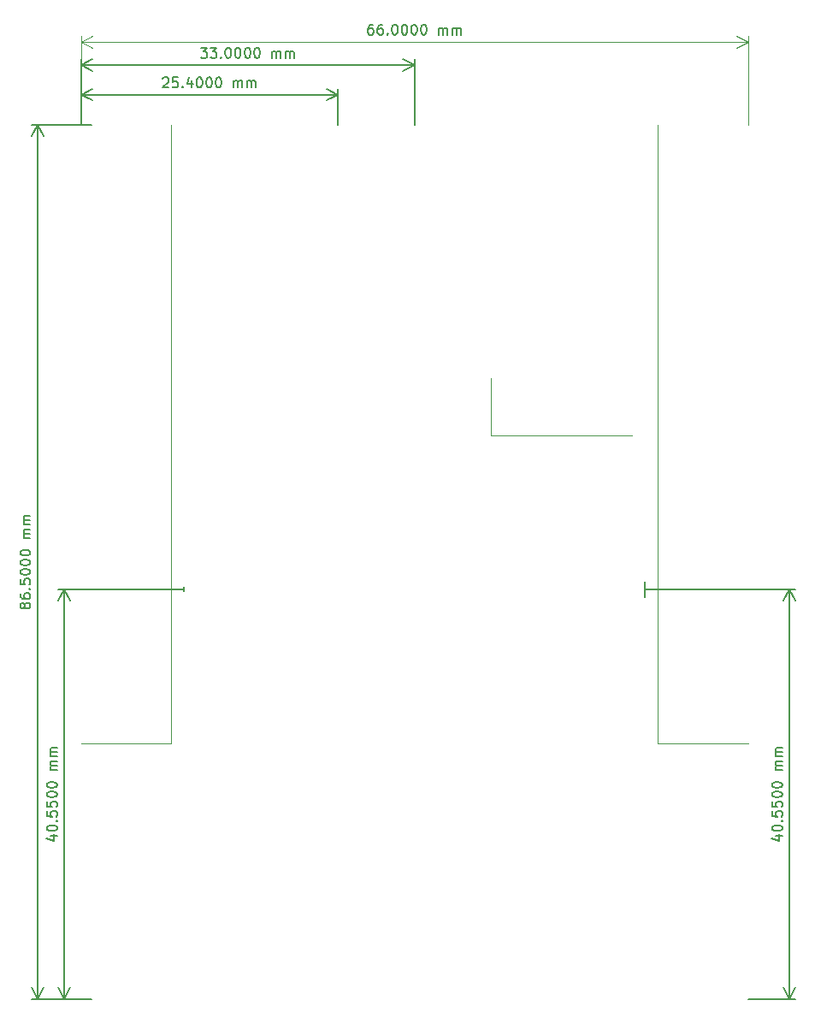
<source format=gbr>
%TF.GenerationSoftware,KiCad,Pcbnew,9.0.5*%
%TF.CreationDate,2026-01-12T16:44:52+01:00*%
%TF.ProjectId,ZumoComSystem,5a756d6f-436f-46d5-9379-7374656d2e6b,V1.2*%
%TF.SameCoordinates,Original*%
%TF.FileFunction,OtherDrawing,Comment*%
%FSLAX45Y45*%
G04 Gerber Fmt 4.5, Leading zero omitted, Abs format (unit mm)*
G04 Created by KiCad (PCBNEW 9.0.5) date 2026-01-12 16:44:52*
%MOMM*%
%LPD*%
G01*
G04 APERTURE LIST*
%ADD10C,0.120000*%
%ADD11C,0.150000*%
G04 APERTURE END LIST*
D10*
X15457500Y-8872500D02*
X15457500Y-8302500D01*
D11*
X16982500Y-10395000D02*
X16982500Y-10322500D01*
X12417500Y-10395000D02*
X12417500Y-10375000D01*
X12417500Y-10375000D02*
X12417500Y-10415000D01*
X11400000Y-10395000D02*
X12417500Y-10395000D01*
D10*
X18000000Y-11920000D02*
X17110000Y-11920000D01*
X11400000Y-11920000D02*
X12290000Y-11920000D01*
D11*
X16982500Y-10322500D02*
X16982500Y-10472500D01*
D10*
X17110000Y-11920000D02*
X17110000Y-5800000D01*
X12290000Y-11920000D02*
X12290000Y-5800000D01*
X16856000Y-8873000D02*
X15459000Y-8873000D01*
D11*
X18000000Y-10395000D02*
X16982500Y-10395000D01*
X14285714Y-4807982D02*
X14266667Y-4807982D01*
X14266667Y-4807982D02*
X14257143Y-4812744D01*
X14257143Y-4812744D02*
X14252381Y-4817506D01*
X14252381Y-4817506D02*
X14242857Y-4831791D01*
X14242857Y-4831791D02*
X14238095Y-4850839D01*
X14238095Y-4850839D02*
X14238095Y-4888934D01*
X14238095Y-4888934D02*
X14242857Y-4898458D01*
X14242857Y-4898458D02*
X14247619Y-4903220D01*
X14247619Y-4903220D02*
X14257143Y-4907982D01*
X14257143Y-4907982D02*
X14276190Y-4907982D01*
X14276190Y-4907982D02*
X14285714Y-4903220D01*
X14285714Y-4903220D02*
X14290476Y-4898458D01*
X14290476Y-4898458D02*
X14295238Y-4888934D01*
X14295238Y-4888934D02*
X14295238Y-4865125D01*
X14295238Y-4865125D02*
X14290476Y-4855601D01*
X14290476Y-4855601D02*
X14285714Y-4850839D01*
X14285714Y-4850839D02*
X14276190Y-4846077D01*
X14276190Y-4846077D02*
X14257143Y-4846077D01*
X14257143Y-4846077D02*
X14247619Y-4850839D01*
X14247619Y-4850839D02*
X14242857Y-4855601D01*
X14242857Y-4855601D02*
X14238095Y-4865125D01*
X14380952Y-4807982D02*
X14361905Y-4807982D01*
X14361905Y-4807982D02*
X14352381Y-4812744D01*
X14352381Y-4812744D02*
X14347619Y-4817506D01*
X14347619Y-4817506D02*
X14338095Y-4831791D01*
X14338095Y-4831791D02*
X14333333Y-4850839D01*
X14333333Y-4850839D02*
X14333333Y-4888934D01*
X14333333Y-4888934D02*
X14338095Y-4898458D01*
X14338095Y-4898458D02*
X14342857Y-4903220D01*
X14342857Y-4903220D02*
X14352381Y-4907982D01*
X14352381Y-4907982D02*
X14371429Y-4907982D01*
X14371429Y-4907982D02*
X14380952Y-4903220D01*
X14380952Y-4903220D02*
X14385714Y-4898458D01*
X14385714Y-4898458D02*
X14390476Y-4888934D01*
X14390476Y-4888934D02*
X14390476Y-4865125D01*
X14390476Y-4865125D02*
X14385714Y-4855601D01*
X14385714Y-4855601D02*
X14380952Y-4850839D01*
X14380952Y-4850839D02*
X14371429Y-4846077D01*
X14371429Y-4846077D02*
X14352381Y-4846077D01*
X14352381Y-4846077D02*
X14342857Y-4850839D01*
X14342857Y-4850839D02*
X14338095Y-4855601D01*
X14338095Y-4855601D02*
X14333333Y-4865125D01*
X14433333Y-4898458D02*
X14438095Y-4903220D01*
X14438095Y-4903220D02*
X14433333Y-4907982D01*
X14433333Y-4907982D02*
X14428571Y-4903220D01*
X14428571Y-4903220D02*
X14433333Y-4898458D01*
X14433333Y-4898458D02*
X14433333Y-4907982D01*
X14500000Y-4807982D02*
X14509524Y-4807982D01*
X14509524Y-4807982D02*
X14519048Y-4812744D01*
X14519048Y-4812744D02*
X14523809Y-4817506D01*
X14523809Y-4817506D02*
X14528571Y-4827030D01*
X14528571Y-4827030D02*
X14533333Y-4846077D01*
X14533333Y-4846077D02*
X14533333Y-4869887D01*
X14533333Y-4869887D02*
X14528571Y-4888934D01*
X14528571Y-4888934D02*
X14523809Y-4898458D01*
X14523809Y-4898458D02*
X14519048Y-4903220D01*
X14519048Y-4903220D02*
X14509524Y-4907982D01*
X14509524Y-4907982D02*
X14500000Y-4907982D01*
X14500000Y-4907982D02*
X14490476Y-4903220D01*
X14490476Y-4903220D02*
X14485714Y-4898458D01*
X14485714Y-4898458D02*
X14480952Y-4888934D01*
X14480952Y-4888934D02*
X14476190Y-4869887D01*
X14476190Y-4869887D02*
X14476190Y-4846077D01*
X14476190Y-4846077D02*
X14480952Y-4827030D01*
X14480952Y-4827030D02*
X14485714Y-4817506D01*
X14485714Y-4817506D02*
X14490476Y-4812744D01*
X14490476Y-4812744D02*
X14500000Y-4807982D01*
X14595238Y-4807982D02*
X14604762Y-4807982D01*
X14604762Y-4807982D02*
X14614286Y-4812744D01*
X14614286Y-4812744D02*
X14619048Y-4817506D01*
X14619048Y-4817506D02*
X14623809Y-4827030D01*
X14623809Y-4827030D02*
X14628571Y-4846077D01*
X14628571Y-4846077D02*
X14628571Y-4869887D01*
X14628571Y-4869887D02*
X14623809Y-4888934D01*
X14623809Y-4888934D02*
X14619048Y-4898458D01*
X14619048Y-4898458D02*
X14614286Y-4903220D01*
X14614286Y-4903220D02*
X14604762Y-4907982D01*
X14604762Y-4907982D02*
X14595238Y-4907982D01*
X14595238Y-4907982D02*
X14585714Y-4903220D01*
X14585714Y-4903220D02*
X14580952Y-4898458D01*
X14580952Y-4898458D02*
X14576190Y-4888934D01*
X14576190Y-4888934D02*
X14571429Y-4869887D01*
X14571429Y-4869887D02*
X14571429Y-4846077D01*
X14571429Y-4846077D02*
X14576190Y-4827030D01*
X14576190Y-4827030D02*
X14580952Y-4817506D01*
X14580952Y-4817506D02*
X14585714Y-4812744D01*
X14585714Y-4812744D02*
X14595238Y-4807982D01*
X14690476Y-4807982D02*
X14700000Y-4807982D01*
X14700000Y-4807982D02*
X14709524Y-4812744D01*
X14709524Y-4812744D02*
X14714286Y-4817506D01*
X14714286Y-4817506D02*
X14719048Y-4827030D01*
X14719048Y-4827030D02*
X14723809Y-4846077D01*
X14723809Y-4846077D02*
X14723809Y-4869887D01*
X14723809Y-4869887D02*
X14719048Y-4888934D01*
X14719048Y-4888934D02*
X14714286Y-4898458D01*
X14714286Y-4898458D02*
X14709524Y-4903220D01*
X14709524Y-4903220D02*
X14700000Y-4907982D01*
X14700000Y-4907982D02*
X14690476Y-4907982D01*
X14690476Y-4907982D02*
X14680952Y-4903220D01*
X14680952Y-4903220D02*
X14676190Y-4898458D01*
X14676190Y-4898458D02*
X14671429Y-4888934D01*
X14671429Y-4888934D02*
X14666667Y-4869887D01*
X14666667Y-4869887D02*
X14666667Y-4846077D01*
X14666667Y-4846077D02*
X14671429Y-4827030D01*
X14671429Y-4827030D02*
X14676190Y-4817506D01*
X14676190Y-4817506D02*
X14680952Y-4812744D01*
X14680952Y-4812744D02*
X14690476Y-4807982D01*
X14785714Y-4807982D02*
X14795238Y-4807982D01*
X14795238Y-4807982D02*
X14804762Y-4812744D01*
X14804762Y-4812744D02*
X14809524Y-4817506D01*
X14809524Y-4817506D02*
X14814286Y-4827030D01*
X14814286Y-4827030D02*
X14819048Y-4846077D01*
X14819048Y-4846077D02*
X14819048Y-4869887D01*
X14819048Y-4869887D02*
X14814286Y-4888934D01*
X14814286Y-4888934D02*
X14809524Y-4898458D01*
X14809524Y-4898458D02*
X14804762Y-4903220D01*
X14804762Y-4903220D02*
X14795238Y-4907982D01*
X14795238Y-4907982D02*
X14785714Y-4907982D01*
X14785714Y-4907982D02*
X14776190Y-4903220D01*
X14776190Y-4903220D02*
X14771429Y-4898458D01*
X14771429Y-4898458D02*
X14766667Y-4888934D01*
X14766667Y-4888934D02*
X14761905Y-4869887D01*
X14761905Y-4869887D02*
X14761905Y-4846077D01*
X14761905Y-4846077D02*
X14766667Y-4827030D01*
X14766667Y-4827030D02*
X14771429Y-4817506D01*
X14771429Y-4817506D02*
X14776190Y-4812744D01*
X14776190Y-4812744D02*
X14785714Y-4807982D01*
X14938095Y-4907982D02*
X14938095Y-4841315D01*
X14938095Y-4850839D02*
X14942857Y-4846077D01*
X14942857Y-4846077D02*
X14952381Y-4841315D01*
X14952381Y-4841315D02*
X14966667Y-4841315D01*
X14966667Y-4841315D02*
X14976190Y-4846077D01*
X14976190Y-4846077D02*
X14980952Y-4855601D01*
X14980952Y-4855601D02*
X14980952Y-4907982D01*
X14980952Y-4855601D02*
X14985714Y-4846077D01*
X14985714Y-4846077D02*
X14995238Y-4841315D01*
X14995238Y-4841315D02*
X15009524Y-4841315D01*
X15009524Y-4841315D02*
X15019048Y-4846077D01*
X15019048Y-4846077D02*
X15023810Y-4855601D01*
X15023810Y-4855601D02*
X15023810Y-4907982D01*
X15071429Y-4907982D02*
X15071429Y-4841315D01*
X15071429Y-4850839D02*
X15076190Y-4846077D01*
X15076190Y-4846077D02*
X15085714Y-4841315D01*
X15085714Y-4841315D02*
X15100000Y-4841315D01*
X15100000Y-4841315D02*
X15109524Y-4846077D01*
X15109524Y-4846077D02*
X15114286Y-4855601D01*
X15114286Y-4855601D02*
X15114286Y-4907982D01*
X15114286Y-4855601D02*
X15119048Y-4846077D01*
X15119048Y-4846077D02*
X15128571Y-4841315D01*
X15128571Y-4841315D02*
X15142857Y-4841315D01*
X15142857Y-4841315D02*
X15152381Y-4846077D01*
X15152381Y-4846077D02*
X15157143Y-4855601D01*
X15157143Y-4855601D02*
X15157143Y-4907982D01*
D10*
X18000000Y-5800000D02*
X18000000Y-4918858D01*
X11400000Y-5800000D02*
X11400000Y-4918858D01*
X18000000Y-4977500D02*
X11400000Y-4977500D01*
X18000000Y-4977500D02*
X17887350Y-5036142D01*
X18000000Y-4977500D02*
X17887350Y-4918858D01*
X11400000Y-4977500D02*
X11512650Y-4918858D01*
X11400000Y-4977500D02*
X11512650Y-5036142D01*
D11*
X10838339Y-10567857D02*
X10833577Y-10577381D01*
X10833577Y-10577381D02*
X10828815Y-10582143D01*
X10828815Y-10582143D02*
X10819291Y-10586905D01*
X10819291Y-10586905D02*
X10814530Y-10586905D01*
X10814530Y-10586905D02*
X10805006Y-10582143D01*
X10805006Y-10582143D02*
X10800244Y-10577381D01*
X10800244Y-10577381D02*
X10795482Y-10567857D01*
X10795482Y-10567857D02*
X10795482Y-10548809D01*
X10795482Y-10548809D02*
X10800244Y-10539286D01*
X10800244Y-10539286D02*
X10805006Y-10534524D01*
X10805006Y-10534524D02*
X10814530Y-10529762D01*
X10814530Y-10529762D02*
X10819291Y-10529762D01*
X10819291Y-10529762D02*
X10828815Y-10534524D01*
X10828815Y-10534524D02*
X10833577Y-10539286D01*
X10833577Y-10539286D02*
X10838339Y-10548809D01*
X10838339Y-10548809D02*
X10838339Y-10567857D01*
X10838339Y-10567857D02*
X10843101Y-10577381D01*
X10843101Y-10577381D02*
X10847863Y-10582143D01*
X10847863Y-10582143D02*
X10857387Y-10586905D01*
X10857387Y-10586905D02*
X10876434Y-10586905D01*
X10876434Y-10586905D02*
X10885958Y-10582143D01*
X10885958Y-10582143D02*
X10890720Y-10577381D01*
X10890720Y-10577381D02*
X10895482Y-10567857D01*
X10895482Y-10567857D02*
X10895482Y-10548809D01*
X10895482Y-10548809D02*
X10890720Y-10539286D01*
X10890720Y-10539286D02*
X10885958Y-10534524D01*
X10885958Y-10534524D02*
X10876434Y-10529762D01*
X10876434Y-10529762D02*
X10857387Y-10529762D01*
X10857387Y-10529762D02*
X10847863Y-10534524D01*
X10847863Y-10534524D02*
X10843101Y-10539286D01*
X10843101Y-10539286D02*
X10838339Y-10548809D01*
X10795482Y-10444048D02*
X10795482Y-10463095D01*
X10795482Y-10463095D02*
X10800244Y-10472619D01*
X10800244Y-10472619D02*
X10805006Y-10477381D01*
X10805006Y-10477381D02*
X10819291Y-10486905D01*
X10819291Y-10486905D02*
X10838339Y-10491667D01*
X10838339Y-10491667D02*
X10876434Y-10491667D01*
X10876434Y-10491667D02*
X10885958Y-10486905D01*
X10885958Y-10486905D02*
X10890720Y-10482143D01*
X10890720Y-10482143D02*
X10895482Y-10472619D01*
X10895482Y-10472619D02*
X10895482Y-10453571D01*
X10895482Y-10453571D02*
X10890720Y-10444048D01*
X10890720Y-10444048D02*
X10885958Y-10439286D01*
X10885958Y-10439286D02*
X10876434Y-10434524D01*
X10876434Y-10434524D02*
X10852625Y-10434524D01*
X10852625Y-10434524D02*
X10843101Y-10439286D01*
X10843101Y-10439286D02*
X10838339Y-10444048D01*
X10838339Y-10444048D02*
X10833577Y-10453571D01*
X10833577Y-10453571D02*
X10833577Y-10472619D01*
X10833577Y-10472619D02*
X10838339Y-10482143D01*
X10838339Y-10482143D02*
X10843101Y-10486905D01*
X10843101Y-10486905D02*
X10852625Y-10491667D01*
X10885958Y-10391667D02*
X10890720Y-10386905D01*
X10890720Y-10386905D02*
X10895482Y-10391667D01*
X10895482Y-10391667D02*
X10890720Y-10396428D01*
X10890720Y-10396428D02*
X10885958Y-10391667D01*
X10885958Y-10391667D02*
X10895482Y-10391667D01*
X10795482Y-10296429D02*
X10795482Y-10344048D01*
X10795482Y-10344048D02*
X10843101Y-10348809D01*
X10843101Y-10348809D02*
X10838339Y-10344048D01*
X10838339Y-10344048D02*
X10833577Y-10334524D01*
X10833577Y-10334524D02*
X10833577Y-10310714D01*
X10833577Y-10310714D02*
X10838339Y-10301190D01*
X10838339Y-10301190D02*
X10843101Y-10296429D01*
X10843101Y-10296429D02*
X10852625Y-10291667D01*
X10852625Y-10291667D02*
X10876434Y-10291667D01*
X10876434Y-10291667D02*
X10885958Y-10296429D01*
X10885958Y-10296429D02*
X10890720Y-10301190D01*
X10890720Y-10301190D02*
X10895482Y-10310714D01*
X10895482Y-10310714D02*
X10895482Y-10334524D01*
X10895482Y-10334524D02*
X10890720Y-10344048D01*
X10890720Y-10344048D02*
X10885958Y-10348809D01*
X10795482Y-10229762D02*
X10795482Y-10220238D01*
X10795482Y-10220238D02*
X10800244Y-10210714D01*
X10800244Y-10210714D02*
X10805006Y-10205952D01*
X10805006Y-10205952D02*
X10814530Y-10201190D01*
X10814530Y-10201190D02*
X10833577Y-10196429D01*
X10833577Y-10196429D02*
X10857387Y-10196429D01*
X10857387Y-10196429D02*
X10876434Y-10201190D01*
X10876434Y-10201190D02*
X10885958Y-10205952D01*
X10885958Y-10205952D02*
X10890720Y-10210714D01*
X10890720Y-10210714D02*
X10895482Y-10220238D01*
X10895482Y-10220238D02*
X10895482Y-10229762D01*
X10895482Y-10229762D02*
X10890720Y-10239286D01*
X10890720Y-10239286D02*
X10885958Y-10244048D01*
X10885958Y-10244048D02*
X10876434Y-10248809D01*
X10876434Y-10248809D02*
X10857387Y-10253571D01*
X10857387Y-10253571D02*
X10833577Y-10253571D01*
X10833577Y-10253571D02*
X10814530Y-10248809D01*
X10814530Y-10248809D02*
X10805006Y-10244048D01*
X10805006Y-10244048D02*
X10800244Y-10239286D01*
X10800244Y-10239286D02*
X10795482Y-10229762D01*
X10795482Y-10134524D02*
X10795482Y-10125000D01*
X10795482Y-10125000D02*
X10800244Y-10115476D01*
X10800244Y-10115476D02*
X10805006Y-10110714D01*
X10805006Y-10110714D02*
X10814530Y-10105952D01*
X10814530Y-10105952D02*
X10833577Y-10101190D01*
X10833577Y-10101190D02*
X10857387Y-10101190D01*
X10857387Y-10101190D02*
X10876434Y-10105952D01*
X10876434Y-10105952D02*
X10885958Y-10110714D01*
X10885958Y-10110714D02*
X10890720Y-10115476D01*
X10890720Y-10115476D02*
X10895482Y-10125000D01*
X10895482Y-10125000D02*
X10895482Y-10134524D01*
X10895482Y-10134524D02*
X10890720Y-10144048D01*
X10890720Y-10144048D02*
X10885958Y-10148809D01*
X10885958Y-10148809D02*
X10876434Y-10153571D01*
X10876434Y-10153571D02*
X10857387Y-10158333D01*
X10857387Y-10158333D02*
X10833577Y-10158333D01*
X10833577Y-10158333D02*
X10814530Y-10153571D01*
X10814530Y-10153571D02*
X10805006Y-10148809D01*
X10805006Y-10148809D02*
X10800244Y-10144048D01*
X10800244Y-10144048D02*
X10795482Y-10134524D01*
X10795482Y-10039286D02*
X10795482Y-10029762D01*
X10795482Y-10029762D02*
X10800244Y-10020238D01*
X10800244Y-10020238D02*
X10805006Y-10015476D01*
X10805006Y-10015476D02*
X10814530Y-10010714D01*
X10814530Y-10010714D02*
X10833577Y-10005952D01*
X10833577Y-10005952D02*
X10857387Y-10005952D01*
X10857387Y-10005952D02*
X10876434Y-10010714D01*
X10876434Y-10010714D02*
X10885958Y-10015476D01*
X10885958Y-10015476D02*
X10890720Y-10020238D01*
X10890720Y-10020238D02*
X10895482Y-10029762D01*
X10895482Y-10029762D02*
X10895482Y-10039286D01*
X10895482Y-10039286D02*
X10890720Y-10048809D01*
X10890720Y-10048809D02*
X10885958Y-10053571D01*
X10885958Y-10053571D02*
X10876434Y-10058333D01*
X10876434Y-10058333D02*
X10857387Y-10063095D01*
X10857387Y-10063095D02*
X10833577Y-10063095D01*
X10833577Y-10063095D02*
X10814530Y-10058333D01*
X10814530Y-10058333D02*
X10805006Y-10053571D01*
X10805006Y-10053571D02*
X10800244Y-10048809D01*
X10800244Y-10048809D02*
X10795482Y-10039286D01*
X10895482Y-9886905D02*
X10828815Y-9886905D01*
X10838339Y-9886905D02*
X10833577Y-9882143D01*
X10833577Y-9882143D02*
X10828815Y-9872619D01*
X10828815Y-9872619D02*
X10828815Y-9858333D01*
X10828815Y-9858333D02*
X10833577Y-9848809D01*
X10833577Y-9848809D02*
X10843101Y-9844048D01*
X10843101Y-9844048D02*
X10895482Y-9844048D01*
X10843101Y-9844048D02*
X10833577Y-9839286D01*
X10833577Y-9839286D02*
X10828815Y-9829762D01*
X10828815Y-9829762D02*
X10828815Y-9815476D01*
X10828815Y-9815476D02*
X10833577Y-9805952D01*
X10833577Y-9805952D02*
X10843101Y-9801190D01*
X10843101Y-9801190D02*
X10895482Y-9801190D01*
X10895482Y-9753571D02*
X10828815Y-9753571D01*
X10838339Y-9753571D02*
X10833577Y-9748809D01*
X10833577Y-9748809D02*
X10828815Y-9739286D01*
X10828815Y-9739286D02*
X10828815Y-9725000D01*
X10828815Y-9725000D02*
X10833577Y-9715476D01*
X10833577Y-9715476D02*
X10843101Y-9710714D01*
X10843101Y-9710714D02*
X10895482Y-9710714D01*
X10843101Y-9710714D02*
X10833577Y-9705952D01*
X10833577Y-9705952D02*
X10828815Y-9696429D01*
X10828815Y-9696429D02*
X10828815Y-9682143D01*
X10828815Y-9682143D02*
X10833577Y-9672619D01*
X10833577Y-9672619D02*
X10843101Y-9667857D01*
X10843101Y-9667857D02*
X10895482Y-9667857D01*
X11500000Y-5800000D02*
X10906358Y-5800000D01*
X11500000Y-14450000D02*
X10906358Y-14450000D01*
X10965000Y-5800000D02*
X10965000Y-14450000D01*
X10965000Y-5800000D02*
X11023642Y-5912650D01*
X10965000Y-5800000D02*
X10906358Y-5912650D01*
X10965000Y-14450000D02*
X10906358Y-14337350D01*
X10965000Y-14450000D02*
X11023642Y-14337350D01*
X18273815Y-12836786D02*
X18340482Y-12836786D01*
X18235720Y-12860595D02*
X18307149Y-12884405D01*
X18307149Y-12884405D02*
X18307149Y-12822500D01*
X18240482Y-12765357D02*
X18240482Y-12755833D01*
X18240482Y-12755833D02*
X18245244Y-12746309D01*
X18245244Y-12746309D02*
X18250006Y-12741547D01*
X18250006Y-12741547D02*
X18259530Y-12736786D01*
X18259530Y-12736786D02*
X18278577Y-12732024D01*
X18278577Y-12732024D02*
X18302387Y-12732024D01*
X18302387Y-12732024D02*
X18321434Y-12736786D01*
X18321434Y-12736786D02*
X18330958Y-12741547D01*
X18330958Y-12741547D02*
X18335720Y-12746309D01*
X18335720Y-12746309D02*
X18340482Y-12755833D01*
X18340482Y-12755833D02*
X18340482Y-12765357D01*
X18340482Y-12765357D02*
X18335720Y-12774881D01*
X18335720Y-12774881D02*
X18330958Y-12779643D01*
X18330958Y-12779643D02*
X18321434Y-12784405D01*
X18321434Y-12784405D02*
X18302387Y-12789166D01*
X18302387Y-12789166D02*
X18278577Y-12789166D01*
X18278577Y-12789166D02*
X18259530Y-12784405D01*
X18259530Y-12784405D02*
X18250006Y-12779643D01*
X18250006Y-12779643D02*
X18245244Y-12774881D01*
X18245244Y-12774881D02*
X18240482Y-12765357D01*
X18330958Y-12689166D02*
X18335720Y-12684405D01*
X18335720Y-12684405D02*
X18340482Y-12689166D01*
X18340482Y-12689166D02*
X18335720Y-12693928D01*
X18335720Y-12693928D02*
X18330958Y-12689166D01*
X18330958Y-12689166D02*
X18340482Y-12689166D01*
X18240482Y-12593928D02*
X18240482Y-12641547D01*
X18240482Y-12641547D02*
X18288101Y-12646309D01*
X18288101Y-12646309D02*
X18283339Y-12641547D01*
X18283339Y-12641547D02*
X18278577Y-12632024D01*
X18278577Y-12632024D02*
X18278577Y-12608214D01*
X18278577Y-12608214D02*
X18283339Y-12598690D01*
X18283339Y-12598690D02*
X18288101Y-12593928D01*
X18288101Y-12593928D02*
X18297625Y-12589167D01*
X18297625Y-12589167D02*
X18321434Y-12589167D01*
X18321434Y-12589167D02*
X18330958Y-12593928D01*
X18330958Y-12593928D02*
X18335720Y-12598690D01*
X18335720Y-12598690D02*
X18340482Y-12608214D01*
X18340482Y-12608214D02*
X18340482Y-12632024D01*
X18340482Y-12632024D02*
X18335720Y-12641547D01*
X18335720Y-12641547D02*
X18330958Y-12646309D01*
X18240482Y-12498690D02*
X18240482Y-12546309D01*
X18240482Y-12546309D02*
X18288101Y-12551071D01*
X18288101Y-12551071D02*
X18283339Y-12546309D01*
X18283339Y-12546309D02*
X18278577Y-12536786D01*
X18278577Y-12536786D02*
X18278577Y-12512976D01*
X18278577Y-12512976D02*
X18283339Y-12503452D01*
X18283339Y-12503452D02*
X18288101Y-12498690D01*
X18288101Y-12498690D02*
X18297625Y-12493928D01*
X18297625Y-12493928D02*
X18321434Y-12493928D01*
X18321434Y-12493928D02*
X18330958Y-12498690D01*
X18330958Y-12498690D02*
X18335720Y-12503452D01*
X18335720Y-12503452D02*
X18340482Y-12512976D01*
X18340482Y-12512976D02*
X18340482Y-12536786D01*
X18340482Y-12536786D02*
X18335720Y-12546309D01*
X18335720Y-12546309D02*
X18330958Y-12551071D01*
X18240482Y-12432024D02*
X18240482Y-12422500D01*
X18240482Y-12422500D02*
X18245244Y-12412976D01*
X18245244Y-12412976D02*
X18250006Y-12408214D01*
X18250006Y-12408214D02*
X18259530Y-12403452D01*
X18259530Y-12403452D02*
X18278577Y-12398690D01*
X18278577Y-12398690D02*
X18302387Y-12398690D01*
X18302387Y-12398690D02*
X18321434Y-12403452D01*
X18321434Y-12403452D02*
X18330958Y-12408214D01*
X18330958Y-12408214D02*
X18335720Y-12412976D01*
X18335720Y-12412976D02*
X18340482Y-12422500D01*
X18340482Y-12422500D02*
X18340482Y-12432024D01*
X18340482Y-12432024D02*
X18335720Y-12441547D01*
X18335720Y-12441547D02*
X18330958Y-12446309D01*
X18330958Y-12446309D02*
X18321434Y-12451071D01*
X18321434Y-12451071D02*
X18302387Y-12455833D01*
X18302387Y-12455833D02*
X18278577Y-12455833D01*
X18278577Y-12455833D02*
X18259530Y-12451071D01*
X18259530Y-12451071D02*
X18250006Y-12446309D01*
X18250006Y-12446309D02*
X18245244Y-12441547D01*
X18245244Y-12441547D02*
X18240482Y-12432024D01*
X18240482Y-12336786D02*
X18240482Y-12327262D01*
X18240482Y-12327262D02*
X18245244Y-12317738D01*
X18245244Y-12317738D02*
X18250006Y-12312976D01*
X18250006Y-12312976D02*
X18259530Y-12308214D01*
X18259530Y-12308214D02*
X18278577Y-12303452D01*
X18278577Y-12303452D02*
X18302387Y-12303452D01*
X18302387Y-12303452D02*
X18321434Y-12308214D01*
X18321434Y-12308214D02*
X18330958Y-12312976D01*
X18330958Y-12312976D02*
X18335720Y-12317738D01*
X18335720Y-12317738D02*
X18340482Y-12327262D01*
X18340482Y-12327262D02*
X18340482Y-12336786D01*
X18340482Y-12336786D02*
X18335720Y-12346309D01*
X18335720Y-12346309D02*
X18330958Y-12351071D01*
X18330958Y-12351071D02*
X18321434Y-12355833D01*
X18321434Y-12355833D02*
X18302387Y-12360595D01*
X18302387Y-12360595D02*
X18278577Y-12360595D01*
X18278577Y-12360595D02*
X18259530Y-12355833D01*
X18259530Y-12355833D02*
X18250006Y-12351071D01*
X18250006Y-12351071D02*
X18245244Y-12346309D01*
X18245244Y-12346309D02*
X18240482Y-12336786D01*
X18340482Y-12184405D02*
X18273815Y-12184405D01*
X18283339Y-12184405D02*
X18278577Y-12179643D01*
X18278577Y-12179643D02*
X18273815Y-12170119D01*
X18273815Y-12170119D02*
X18273815Y-12155833D01*
X18273815Y-12155833D02*
X18278577Y-12146309D01*
X18278577Y-12146309D02*
X18288101Y-12141547D01*
X18288101Y-12141547D02*
X18340482Y-12141547D01*
X18288101Y-12141547D02*
X18278577Y-12136786D01*
X18278577Y-12136786D02*
X18273815Y-12127262D01*
X18273815Y-12127262D02*
X18273815Y-12112976D01*
X18273815Y-12112976D02*
X18278577Y-12103452D01*
X18278577Y-12103452D02*
X18288101Y-12098690D01*
X18288101Y-12098690D02*
X18340482Y-12098690D01*
X18340482Y-12051071D02*
X18273815Y-12051071D01*
X18283339Y-12051071D02*
X18278577Y-12046309D01*
X18278577Y-12046309D02*
X18273815Y-12036786D01*
X18273815Y-12036786D02*
X18273815Y-12022500D01*
X18273815Y-12022500D02*
X18278577Y-12012976D01*
X18278577Y-12012976D02*
X18288101Y-12008214D01*
X18288101Y-12008214D02*
X18340482Y-12008214D01*
X18288101Y-12008214D02*
X18278577Y-12003452D01*
X18278577Y-12003452D02*
X18273815Y-11993928D01*
X18273815Y-11993928D02*
X18273815Y-11979643D01*
X18273815Y-11979643D02*
X18278577Y-11970119D01*
X18278577Y-11970119D02*
X18288101Y-11965357D01*
X18288101Y-11965357D02*
X18340482Y-11965357D01*
X18000000Y-14450000D02*
X18468642Y-14450000D01*
X18000000Y-10395000D02*
X18468642Y-10395000D01*
X18410000Y-14450000D02*
X18410000Y-10395000D01*
X18410000Y-14450000D02*
X18351358Y-14337350D01*
X18410000Y-14450000D02*
X18468642Y-14337350D01*
X18410000Y-10395000D02*
X18468642Y-10507650D01*
X18410000Y-10395000D02*
X18351358Y-10507650D01*
X12583333Y-5037982D02*
X12645238Y-5037982D01*
X12645238Y-5037982D02*
X12611905Y-5076077D01*
X12611905Y-5076077D02*
X12626190Y-5076077D01*
X12626190Y-5076077D02*
X12635714Y-5080839D01*
X12635714Y-5080839D02*
X12640476Y-5085601D01*
X12640476Y-5085601D02*
X12645238Y-5095125D01*
X12645238Y-5095125D02*
X12645238Y-5118934D01*
X12645238Y-5118934D02*
X12640476Y-5128458D01*
X12640476Y-5128458D02*
X12635714Y-5133220D01*
X12635714Y-5133220D02*
X12626190Y-5137982D01*
X12626190Y-5137982D02*
X12597619Y-5137982D01*
X12597619Y-5137982D02*
X12588095Y-5133220D01*
X12588095Y-5133220D02*
X12583333Y-5128458D01*
X12678571Y-5037982D02*
X12740476Y-5037982D01*
X12740476Y-5037982D02*
X12707143Y-5076077D01*
X12707143Y-5076077D02*
X12721429Y-5076077D01*
X12721429Y-5076077D02*
X12730952Y-5080839D01*
X12730952Y-5080839D02*
X12735714Y-5085601D01*
X12735714Y-5085601D02*
X12740476Y-5095125D01*
X12740476Y-5095125D02*
X12740476Y-5118934D01*
X12740476Y-5118934D02*
X12735714Y-5128458D01*
X12735714Y-5128458D02*
X12730952Y-5133220D01*
X12730952Y-5133220D02*
X12721429Y-5137982D01*
X12721429Y-5137982D02*
X12692857Y-5137982D01*
X12692857Y-5137982D02*
X12683333Y-5133220D01*
X12683333Y-5133220D02*
X12678571Y-5128458D01*
X12783333Y-5128458D02*
X12788095Y-5133220D01*
X12788095Y-5133220D02*
X12783333Y-5137982D01*
X12783333Y-5137982D02*
X12778571Y-5133220D01*
X12778571Y-5133220D02*
X12783333Y-5128458D01*
X12783333Y-5128458D02*
X12783333Y-5137982D01*
X12850000Y-5037982D02*
X12859524Y-5037982D01*
X12859524Y-5037982D02*
X12869048Y-5042744D01*
X12869048Y-5042744D02*
X12873809Y-5047506D01*
X12873809Y-5047506D02*
X12878571Y-5057030D01*
X12878571Y-5057030D02*
X12883333Y-5076077D01*
X12883333Y-5076077D02*
X12883333Y-5099887D01*
X12883333Y-5099887D02*
X12878571Y-5118934D01*
X12878571Y-5118934D02*
X12873809Y-5128458D01*
X12873809Y-5128458D02*
X12869048Y-5133220D01*
X12869048Y-5133220D02*
X12859524Y-5137982D01*
X12859524Y-5137982D02*
X12850000Y-5137982D01*
X12850000Y-5137982D02*
X12840476Y-5133220D01*
X12840476Y-5133220D02*
X12835714Y-5128458D01*
X12835714Y-5128458D02*
X12830952Y-5118934D01*
X12830952Y-5118934D02*
X12826190Y-5099887D01*
X12826190Y-5099887D02*
X12826190Y-5076077D01*
X12826190Y-5076077D02*
X12830952Y-5057030D01*
X12830952Y-5057030D02*
X12835714Y-5047506D01*
X12835714Y-5047506D02*
X12840476Y-5042744D01*
X12840476Y-5042744D02*
X12850000Y-5037982D01*
X12945238Y-5037982D02*
X12954762Y-5037982D01*
X12954762Y-5037982D02*
X12964286Y-5042744D01*
X12964286Y-5042744D02*
X12969048Y-5047506D01*
X12969048Y-5047506D02*
X12973809Y-5057030D01*
X12973809Y-5057030D02*
X12978571Y-5076077D01*
X12978571Y-5076077D02*
X12978571Y-5099887D01*
X12978571Y-5099887D02*
X12973809Y-5118934D01*
X12973809Y-5118934D02*
X12969048Y-5128458D01*
X12969048Y-5128458D02*
X12964286Y-5133220D01*
X12964286Y-5133220D02*
X12954762Y-5137982D01*
X12954762Y-5137982D02*
X12945238Y-5137982D01*
X12945238Y-5137982D02*
X12935714Y-5133220D01*
X12935714Y-5133220D02*
X12930952Y-5128458D01*
X12930952Y-5128458D02*
X12926190Y-5118934D01*
X12926190Y-5118934D02*
X12921429Y-5099887D01*
X12921429Y-5099887D02*
X12921429Y-5076077D01*
X12921429Y-5076077D02*
X12926190Y-5057030D01*
X12926190Y-5057030D02*
X12930952Y-5047506D01*
X12930952Y-5047506D02*
X12935714Y-5042744D01*
X12935714Y-5042744D02*
X12945238Y-5037982D01*
X13040476Y-5037982D02*
X13050000Y-5037982D01*
X13050000Y-5037982D02*
X13059524Y-5042744D01*
X13059524Y-5042744D02*
X13064286Y-5047506D01*
X13064286Y-5047506D02*
X13069048Y-5057030D01*
X13069048Y-5057030D02*
X13073809Y-5076077D01*
X13073809Y-5076077D02*
X13073809Y-5099887D01*
X13073809Y-5099887D02*
X13069048Y-5118934D01*
X13069048Y-5118934D02*
X13064286Y-5128458D01*
X13064286Y-5128458D02*
X13059524Y-5133220D01*
X13059524Y-5133220D02*
X13050000Y-5137982D01*
X13050000Y-5137982D02*
X13040476Y-5137982D01*
X13040476Y-5137982D02*
X13030952Y-5133220D01*
X13030952Y-5133220D02*
X13026190Y-5128458D01*
X13026190Y-5128458D02*
X13021429Y-5118934D01*
X13021429Y-5118934D02*
X13016667Y-5099887D01*
X13016667Y-5099887D02*
X13016667Y-5076077D01*
X13016667Y-5076077D02*
X13021429Y-5057030D01*
X13021429Y-5057030D02*
X13026190Y-5047506D01*
X13026190Y-5047506D02*
X13030952Y-5042744D01*
X13030952Y-5042744D02*
X13040476Y-5037982D01*
X13135714Y-5037982D02*
X13145238Y-5037982D01*
X13145238Y-5037982D02*
X13154762Y-5042744D01*
X13154762Y-5042744D02*
X13159524Y-5047506D01*
X13159524Y-5047506D02*
X13164286Y-5057030D01*
X13164286Y-5057030D02*
X13169048Y-5076077D01*
X13169048Y-5076077D02*
X13169048Y-5099887D01*
X13169048Y-5099887D02*
X13164286Y-5118934D01*
X13164286Y-5118934D02*
X13159524Y-5128458D01*
X13159524Y-5128458D02*
X13154762Y-5133220D01*
X13154762Y-5133220D02*
X13145238Y-5137982D01*
X13145238Y-5137982D02*
X13135714Y-5137982D01*
X13135714Y-5137982D02*
X13126190Y-5133220D01*
X13126190Y-5133220D02*
X13121429Y-5128458D01*
X13121429Y-5128458D02*
X13116667Y-5118934D01*
X13116667Y-5118934D02*
X13111905Y-5099887D01*
X13111905Y-5099887D02*
X13111905Y-5076077D01*
X13111905Y-5076077D02*
X13116667Y-5057030D01*
X13116667Y-5057030D02*
X13121429Y-5047506D01*
X13121429Y-5047506D02*
X13126190Y-5042744D01*
X13126190Y-5042744D02*
X13135714Y-5037982D01*
X13288095Y-5137982D02*
X13288095Y-5071315D01*
X13288095Y-5080839D02*
X13292857Y-5076077D01*
X13292857Y-5076077D02*
X13302381Y-5071315D01*
X13302381Y-5071315D02*
X13316667Y-5071315D01*
X13316667Y-5071315D02*
X13326190Y-5076077D01*
X13326190Y-5076077D02*
X13330952Y-5085601D01*
X13330952Y-5085601D02*
X13330952Y-5137982D01*
X13330952Y-5085601D02*
X13335714Y-5076077D01*
X13335714Y-5076077D02*
X13345238Y-5071315D01*
X13345238Y-5071315D02*
X13359524Y-5071315D01*
X13359524Y-5071315D02*
X13369048Y-5076077D01*
X13369048Y-5076077D02*
X13373810Y-5085601D01*
X13373810Y-5085601D02*
X13373810Y-5137982D01*
X13421429Y-5137982D02*
X13421429Y-5071315D01*
X13421429Y-5080839D02*
X13426190Y-5076077D01*
X13426190Y-5076077D02*
X13435714Y-5071315D01*
X13435714Y-5071315D02*
X13450000Y-5071315D01*
X13450000Y-5071315D02*
X13459524Y-5076077D01*
X13459524Y-5076077D02*
X13464286Y-5085601D01*
X13464286Y-5085601D02*
X13464286Y-5137982D01*
X13464286Y-5085601D02*
X13469048Y-5076077D01*
X13469048Y-5076077D02*
X13478571Y-5071315D01*
X13478571Y-5071315D02*
X13492857Y-5071315D01*
X13492857Y-5071315D02*
X13502381Y-5076077D01*
X13502381Y-5076077D02*
X13507143Y-5085601D01*
X13507143Y-5085601D02*
X13507143Y-5137982D01*
X14700000Y-5800000D02*
X14700000Y-5148858D01*
X11400000Y-5800000D02*
X11400000Y-5148858D01*
X14700000Y-5207500D02*
X11400000Y-5207500D01*
X14700000Y-5207500D02*
X14587350Y-5266142D01*
X14700000Y-5207500D02*
X14587350Y-5148858D01*
X11400000Y-5207500D02*
X11512650Y-5148858D01*
X11400000Y-5207500D02*
X11512650Y-5266142D01*
X12208095Y-5340006D02*
X12212857Y-5335244D01*
X12212857Y-5335244D02*
X12222381Y-5330482D01*
X12222381Y-5330482D02*
X12246190Y-5330482D01*
X12246190Y-5330482D02*
X12255714Y-5335244D01*
X12255714Y-5335244D02*
X12260476Y-5340006D01*
X12260476Y-5340006D02*
X12265238Y-5349530D01*
X12265238Y-5349530D02*
X12265238Y-5359053D01*
X12265238Y-5359053D02*
X12260476Y-5373339D01*
X12260476Y-5373339D02*
X12203333Y-5430482D01*
X12203333Y-5430482D02*
X12265238Y-5430482D01*
X12355714Y-5330482D02*
X12308095Y-5330482D01*
X12308095Y-5330482D02*
X12303333Y-5378101D01*
X12303333Y-5378101D02*
X12308095Y-5373339D01*
X12308095Y-5373339D02*
X12317619Y-5368577D01*
X12317619Y-5368577D02*
X12341429Y-5368577D01*
X12341429Y-5368577D02*
X12350952Y-5373339D01*
X12350952Y-5373339D02*
X12355714Y-5378101D01*
X12355714Y-5378101D02*
X12360476Y-5387625D01*
X12360476Y-5387625D02*
X12360476Y-5411434D01*
X12360476Y-5411434D02*
X12355714Y-5420958D01*
X12355714Y-5420958D02*
X12350952Y-5425720D01*
X12350952Y-5425720D02*
X12341429Y-5430482D01*
X12341429Y-5430482D02*
X12317619Y-5430482D01*
X12317619Y-5430482D02*
X12308095Y-5425720D01*
X12308095Y-5425720D02*
X12303333Y-5420958D01*
X12403333Y-5420958D02*
X12408095Y-5425720D01*
X12408095Y-5425720D02*
X12403333Y-5430482D01*
X12403333Y-5430482D02*
X12398571Y-5425720D01*
X12398571Y-5425720D02*
X12403333Y-5420958D01*
X12403333Y-5420958D02*
X12403333Y-5430482D01*
X12493809Y-5363815D02*
X12493809Y-5430482D01*
X12470000Y-5325720D02*
X12446190Y-5397149D01*
X12446190Y-5397149D02*
X12508095Y-5397149D01*
X12565238Y-5330482D02*
X12574762Y-5330482D01*
X12574762Y-5330482D02*
X12584286Y-5335244D01*
X12584286Y-5335244D02*
X12589048Y-5340006D01*
X12589048Y-5340006D02*
X12593809Y-5349530D01*
X12593809Y-5349530D02*
X12598571Y-5368577D01*
X12598571Y-5368577D02*
X12598571Y-5392387D01*
X12598571Y-5392387D02*
X12593809Y-5411434D01*
X12593809Y-5411434D02*
X12589048Y-5420958D01*
X12589048Y-5420958D02*
X12584286Y-5425720D01*
X12584286Y-5425720D02*
X12574762Y-5430482D01*
X12574762Y-5430482D02*
X12565238Y-5430482D01*
X12565238Y-5430482D02*
X12555714Y-5425720D01*
X12555714Y-5425720D02*
X12550952Y-5420958D01*
X12550952Y-5420958D02*
X12546190Y-5411434D01*
X12546190Y-5411434D02*
X12541429Y-5392387D01*
X12541429Y-5392387D02*
X12541429Y-5368577D01*
X12541429Y-5368577D02*
X12546190Y-5349530D01*
X12546190Y-5349530D02*
X12550952Y-5340006D01*
X12550952Y-5340006D02*
X12555714Y-5335244D01*
X12555714Y-5335244D02*
X12565238Y-5330482D01*
X12660476Y-5330482D02*
X12670000Y-5330482D01*
X12670000Y-5330482D02*
X12679524Y-5335244D01*
X12679524Y-5335244D02*
X12684286Y-5340006D01*
X12684286Y-5340006D02*
X12689048Y-5349530D01*
X12689048Y-5349530D02*
X12693809Y-5368577D01*
X12693809Y-5368577D02*
X12693809Y-5392387D01*
X12693809Y-5392387D02*
X12689048Y-5411434D01*
X12689048Y-5411434D02*
X12684286Y-5420958D01*
X12684286Y-5420958D02*
X12679524Y-5425720D01*
X12679524Y-5425720D02*
X12670000Y-5430482D01*
X12670000Y-5430482D02*
X12660476Y-5430482D01*
X12660476Y-5430482D02*
X12650952Y-5425720D01*
X12650952Y-5425720D02*
X12646190Y-5420958D01*
X12646190Y-5420958D02*
X12641429Y-5411434D01*
X12641429Y-5411434D02*
X12636667Y-5392387D01*
X12636667Y-5392387D02*
X12636667Y-5368577D01*
X12636667Y-5368577D02*
X12641429Y-5349530D01*
X12641429Y-5349530D02*
X12646190Y-5340006D01*
X12646190Y-5340006D02*
X12650952Y-5335244D01*
X12650952Y-5335244D02*
X12660476Y-5330482D01*
X12755714Y-5330482D02*
X12765238Y-5330482D01*
X12765238Y-5330482D02*
X12774762Y-5335244D01*
X12774762Y-5335244D02*
X12779524Y-5340006D01*
X12779524Y-5340006D02*
X12784286Y-5349530D01*
X12784286Y-5349530D02*
X12789048Y-5368577D01*
X12789048Y-5368577D02*
X12789048Y-5392387D01*
X12789048Y-5392387D02*
X12784286Y-5411434D01*
X12784286Y-5411434D02*
X12779524Y-5420958D01*
X12779524Y-5420958D02*
X12774762Y-5425720D01*
X12774762Y-5425720D02*
X12765238Y-5430482D01*
X12765238Y-5430482D02*
X12755714Y-5430482D01*
X12755714Y-5430482D02*
X12746190Y-5425720D01*
X12746190Y-5425720D02*
X12741429Y-5420958D01*
X12741429Y-5420958D02*
X12736667Y-5411434D01*
X12736667Y-5411434D02*
X12731905Y-5392387D01*
X12731905Y-5392387D02*
X12731905Y-5368577D01*
X12731905Y-5368577D02*
X12736667Y-5349530D01*
X12736667Y-5349530D02*
X12741429Y-5340006D01*
X12741429Y-5340006D02*
X12746190Y-5335244D01*
X12746190Y-5335244D02*
X12755714Y-5330482D01*
X12908095Y-5430482D02*
X12908095Y-5363815D01*
X12908095Y-5373339D02*
X12912857Y-5368577D01*
X12912857Y-5368577D02*
X12922381Y-5363815D01*
X12922381Y-5363815D02*
X12936667Y-5363815D01*
X12936667Y-5363815D02*
X12946190Y-5368577D01*
X12946190Y-5368577D02*
X12950952Y-5378101D01*
X12950952Y-5378101D02*
X12950952Y-5430482D01*
X12950952Y-5378101D02*
X12955714Y-5368577D01*
X12955714Y-5368577D02*
X12965238Y-5363815D01*
X12965238Y-5363815D02*
X12979524Y-5363815D01*
X12979524Y-5363815D02*
X12989048Y-5368577D01*
X12989048Y-5368577D02*
X12993810Y-5378101D01*
X12993810Y-5378101D02*
X12993810Y-5430482D01*
X13041429Y-5430482D02*
X13041429Y-5363815D01*
X13041429Y-5373339D02*
X13046190Y-5368577D01*
X13046190Y-5368577D02*
X13055714Y-5363815D01*
X13055714Y-5363815D02*
X13070000Y-5363815D01*
X13070000Y-5363815D02*
X13079524Y-5368577D01*
X13079524Y-5368577D02*
X13084286Y-5378101D01*
X13084286Y-5378101D02*
X13084286Y-5430482D01*
X13084286Y-5378101D02*
X13089048Y-5368577D01*
X13089048Y-5368577D02*
X13098571Y-5363815D01*
X13098571Y-5363815D02*
X13112857Y-5363815D01*
X13112857Y-5363815D02*
X13122381Y-5368577D01*
X13122381Y-5368577D02*
X13127143Y-5378101D01*
X13127143Y-5378101D02*
X13127143Y-5430482D01*
X13940000Y-5800000D02*
X13940000Y-5441358D01*
X11400000Y-5800000D02*
X11400000Y-5441358D01*
X13940000Y-5500000D02*
X11400000Y-5500000D01*
X13940000Y-5500000D02*
X13827350Y-5558642D01*
X13940000Y-5500000D02*
X13827350Y-5441358D01*
X11400000Y-5500000D02*
X11512650Y-5441358D01*
X11400000Y-5500000D02*
X11512650Y-5558642D01*
X11093815Y-12836786D02*
X11160482Y-12836786D01*
X11055720Y-12860595D02*
X11127149Y-12884405D01*
X11127149Y-12884405D02*
X11127149Y-12822500D01*
X11060482Y-12765357D02*
X11060482Y-12755833D01*
X11060482Y-12755833D02*
X11065244Y-12746309D01*
X11065244Y-12746309D02*
X11070006Y-12741547D01*
X11070006Y-12741547D02*
X11079530Y-12736786D01*
X11079530Y-12736786D02*
X11098577Y-12732024D01*
X11098577Y-12732024D02*
X11122387Y-12732024D01*
X11122387Y-12732024D02*
X11141434Y-12736786D01*
X11141434Y-12736786D02*
X11150958Y-12741547D01*
X11150958Y-12741547D02*
X11155720Y-12746309D01*
X11155720Y-12746309D02*
X11160482Y-12755833D01*
X11160482Y-12755833D02*
X11160482Y-12765357D01*
X11160482Y-12765357D02*
X11155720Y-12774881D01*
X11155720Y-12774881D02*
X11150958Y-12779643D01*
X11150958Y-12779643D02*
X11141434Y-12784405D01*
X11141434Y-12784405D02*
X11122387Y-12789166D01*
X11122387Y-12789166D02*
X11098577Y-12789166D01*
X11098577Y-12789166D02*
X11079530Y-12784405D01*
X11079530Y-12784405D02*
X11070006Y-12779643D01*
X11070006Y-12779643D02*
X11065244Y-12774881D01*
X11065244Y-12774881D02*
X11060482Y-12765357D01*
X11150958Y-12689166D02*
X11155720Y-12684405D01*
X11155720Y-12684405D02*
X11160482Y-12689166D01*
X11160482Y-12689166D02*
X11155720Y-12693928D01*
X11155720Y-12693928D02*
X11150958Y-12689166D01*
X11150958Y-12689166D02*
X11160482Y-12689166D01*
X11060482Y-12593928D02*
X11060482Y-12641547D01*
X11060482Y-12641547D02*
X11108101Y-12646309D01*
X11108101Y-12646309D02*
X11103339Y-12641547D01*
X11103339Y-12641547D02*
X11098577Y-12632024D01*
X11098577Y-12632024D02*
X11098577Y-12608214D01*
X11098577Y-12608214D02*
X11103339Y-12598690D01*
X11103339Y-12598690D02*
X11108101Y-12593928D01*
X11108101Y-12593928D02*
X11117625Y-12589167D01*
X11117625Y-12589167D02*
X11141434Y-12589167D01*
X11141434Y-12589167D02*
X11150958Y-12593928D01*
X11150958Y-12593928D02*
X11155720Y-12598690D01*
X11155720Y-12598690D02*
X11160482Y-12608214D01*
X11160482Y-12608214D02*
X11160482Y-12632024D01*
X11160482Y-12632024D02*
X11155720Y-12641547D01*
X11155720Y-12641547D02*
X11150958Y-12646309D01*
X11060482Y-12498690D02*
X11060482Y-12546309D01*
X11060482Y-12546309D02*
X11108101Y-12551071D01*
X11108101Y-12551071D02*
X11103339Y-12546309D01*
X11103339Y-12546309D02*
X11098577Y-12536786D01*
X11098577Y-12536786D02*
X11098577Y-12512976D01*
X11098577Y-12512976D02*
X11103339Y-12503452D01*
X11103339Y-12503452D02*
X11108101Y-12498690D01*
X11108101Y-12498690D02*
X11117625Y-12493928D01*
X11117625Y-12493928D02*
X11141434Y-12493928D01*
X11141434Y-12493928D02*
X11150958Y-12498690D01*
X11150958Y-12498690D02*
X11155720Y-12503452D01*
X11155720Y-12503452D02*
X11160482Y-12512976D01*
X11160482Y-12512976D02*
X11160482Y-12536786D01*
X11160482Y-12536786D02*
X11155720Y-12546309D01*
X11155720Y-12546309D02*
X11150958Y-12551071D01*
X11060482Y-12432024D02*
X11060482Y-12422500D01*
X11060482Y-12422500D02*
X11065244Y-12412976D01*
X11065244Y-12412976D02*
X11070006Y-12408214D01*
X11070006Y-12408214D02*
X11079530Y-12403452D01*
X11079530Y-12403452D02*
X11098577Y-12398690D01*
X11098577Y-12398690D02*
X11122387Y-12398690D01*
X11122387Y-12398690D02*
X11141434Y-12403452D01*
X11141434Y-12403452D02*
X11150958Y-12408214D01*
X11150958Y-12408214D02*
X11155720Y-12412976D01*
X11155720Y-12412976D02*
X11160482Y-12422500D01*
X11160482Y-12422500D02*
X11160482Y-12432024D01*
X11160482Y-12432024D02*
X11155720Y-12441547D01*
X11155720Y-12441547D02*
X11150958Y-12446309D01*
X11150958Y-12446309D02*
X11141434Y-12451071D01*
X11141434Y-12451071D02*
X11122387Y-12455833D01*
X11122387Y-12455833D02*
X11098577Y-12455833D01*
X11098577Y-12455833D02*
X11079530Y-12451071D01*
X11079530Y-12451071D02*
X11070006Y-12446309D01*
X11070006Y-12446309D02*
X11065244Y-12441547D01*
X11065244Y-12441547D02*
X11060482Y-12432024D01*
X11060482Y-12336786D02*
X11060482Y-12327262D01*
X11060482Y-12327262D02*
X11065244Y-12317738D01*
X11065244Y-12317738D02*
X11070006Y-12312976D01*
X11070006Y-12312976D02*
X11079530Y-12308214D01*
X11079530Y-12308214D02*
X11098577Y-12303452D01*
X11098577Y-12303452D02*
X11122387Y-12303452D01*
X11122387Y-12303452D02*
X11141434Y-12308214D01*
X11141434Y-12308214D02*
X11150958Y-12312976D01*
X11150958Y-12312976D02*
X11155720Y-12317738D01*
X11155720Y-12317738D02*
X11160482Y-12327262D01*
X11160482Y-12327262D02*
X11160482Y-12336786D01*
X11160482Y-12336786D02*
X11155720Y-12346309D01*
X11155720Y-12346309D02*
X11150958Y-12351071D01*
X11150958Y-12351071D02*
X11141434Y-12355833D01*
X11141434Y-12355833D02*
X11122387Y-12360595D01*
X11122387Y-12360595D02*
X11098577Y-12360595D01*
X11098577Y-12360595D02*
X11079530Y-12355833D01*
X11079530Y-12355833D02*
X11070006Y-12351071D01*
X11070006Y-12351071D02*
X11065244Y-12346309D01*
X11065244Y-12346309D02*
X11060482Y-12336786D01*
X11160482Y-12184405D02*
X11093815Y-12184405D01*
X11103339Y-12184405D02*
X11098577Y-12179643D01*
X11098577Y-12179643D02*
X11093815Y-12170119D01*
X11093815Y-12170119D02*
X11093815Y-12155833D01*
X11093815Y-12155833D02*
X11098577Y-12146309D01*
X11098577Y-12146309D02*
X11108101Y-12141547D01*
X11108101Y-12141547D02*
X11160482Y-12141547D01*
X11108101Y-12141547D02*
X11098577Y-12136786D01*
X11098577Y-12136786D02*
X11093815Y-12127262D01*
X11093815Y-12127262D02*
X11093815Y-12112976D01*
X11093815Y-12112976D02*
X11098577Y-12103452D01*
X11098577Y-12103452D02*
X11108101Y-12098690D01*
X11108101Y-12098690D02*
X11160482Y-12098690D01*
X11160482Y-12051071D02*
X11093815Y-12051071D01*
X11103339Y-12051071D02*
X11098577Y-12046309D01*
X11098577Y-12046309D02*
X11093815Y-12036786D01*
X11093815Y-12036786D02*
X11093815Y-12022500D01*
X11093815Y-12022500D02*
X11098577Y-12012976D01*
X11098577Y-12012976D02*
X11108101Y-12008214D01*
X11108101Y-12008214D02*
X11160482Y-12008214D01*
X11108101Y-12008214D02*
X11098577Y-12003452D01*
X11098577Y-12003452D02*
X11093815Y-11993928D01*
X11093815Y-11993928D02*
X11093815Y-11979643D01*
X11093815Y-11979643D02*
X11098577Y-11970119D01*
X11098577Y-11970119D02*
X11108101Y-11965357D01*
X11108101Y-11965357D02*
X11160482Y-11965357D01*
X11400000Y-14450000D02*
X11171358Y-14450000D01*
X11400000Y-10395000D02*
X11171358Y-10395000D01*
X11230000Y-14450000D02*
X11230000Y-10395000D01*
X11230000Y-14450000D02*
X11171358Y-14337350D01*
X11230000Y-14450000D02*
X11288642Y-14337350D01*
X11230000Y-10395000D02*
X11288642Y-10507650D01*
X11230000Y-10395000D02*
X11171358Y-10507650D01*
M02*

</source>
